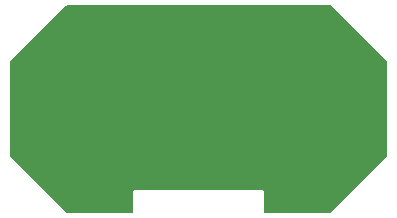
<source format=gbs>
G04 #@! TF.FileFunction,Soldermask,Bot*
%FSLAX46Y46*%
G04 Gerber Fmt 4.6, Leading zero omitted, Abs format (unit mm)*
G04 Created by KiCad (PCBNEW 4.0.2+dfsg1-stable) date Sa 25 Mär 2017 16:29:51 CET*
%MOMM*%
G01*
G04 APERTURE LIST*
%ADD10C,0.100000*%
%ADD11R,4.464000X1.924000*%
%ADD12R,1.924000X4.464000*%
%ADD13R,2.432000X2.432000*%
%ADD14O,2.432000X2.432000*%
%ADD15C,0.200000*%
G04 APERTURE END LIST*
D10*
D11*
X29700000Y6230000D03*
X29700000Y11770000D03*
X2300000Y11770000D03*
X2300000Y6230000D03*
D12*
X13230000Y4400000D03*
X18770000Y4400000D03*
D13*
X24000000Y4000000D03*
D14*
X24000000Y6540000D03*
D13*
X8000000Y4000000D03*
D14*
X8000000Y6540000D03*
D15*
G36*
X31900000Y12958578D02*
X31900000Y5041422D01*
X27158578Y300000D01*
X21600000Y300000D01*
X21600000Y2100000D01*
X21592121Y2138906D01*
X21569727Y2171681D01*
X21536346Y2193161D01*
X21500000Y2200000D01*
X10500000Y2200000D01*
X10461094Y2192121D01*
X10428319Y2169727D01*
X10406839Y2136346D01*
X10400000Y2100000D01*
X10400000Y300000D01*
X4841422Y300000D01*
X100000Y5041422D01*
X100000Y12958578D01*
X4841422Y17700000D01*
X27158578Y17700000D01*
X31900000Y12958578D01*
X31900000Y12958578D01*
G37*
X31900000Y12958578D02*
X31900000Y5041422D01*
X27158578Y300000D01*
X21600000Y300000D01*
X21600000Y2100000D01*
X21592121Y2138906D01*
X21569727Y2171681D01*
X21536346Y2193161D01*
X21500000Y2200000D01*
X10500000Y2200000D01*
X10461094Y2192121D01*
X10428319Y2169727D01*
X10406839Y2136346D01*
X10400000Y2100000D01*
X10400000Y300000D01*
X4841422Y300000D01*
X100000Y5041422D01*
X100000Y12958578D01*
X4841422Y17700000D01*
X27158578Y17700000D01*
X31900000Y12958578D01*
M02*

</source>
